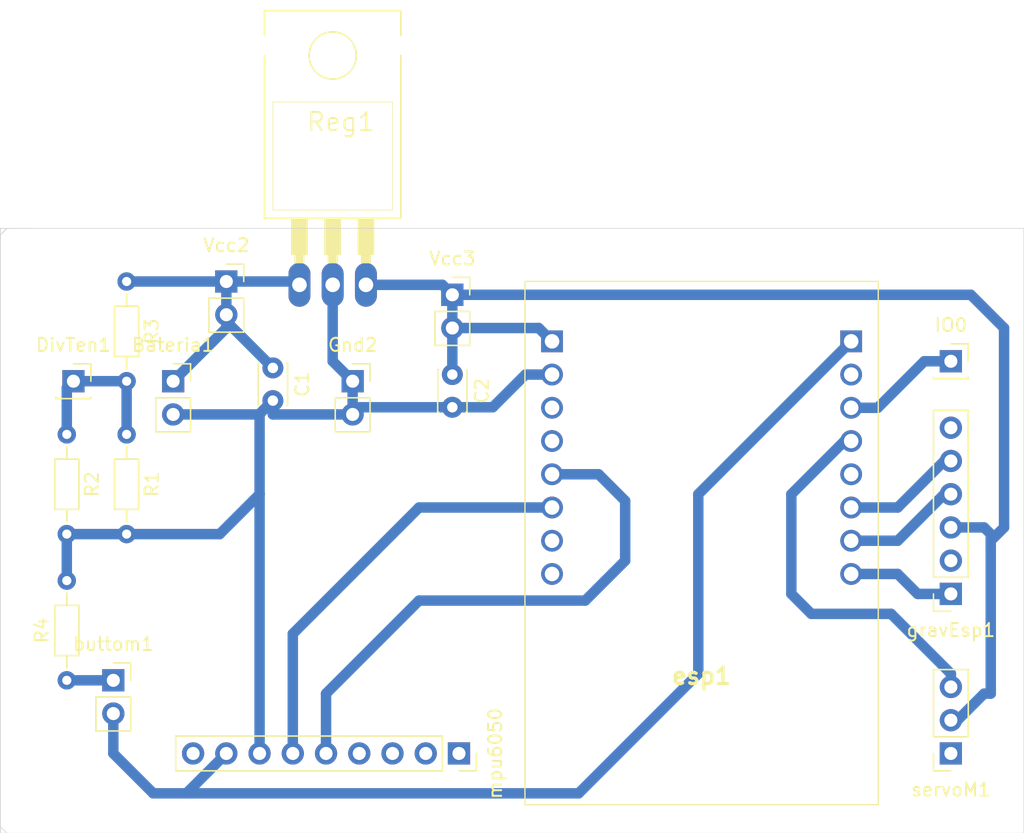
<source format=kicad_pcb>
(kicad_pcb (version 20171130) (host pcbnew "(5.1.10)-1")

  (general
    (thickness 1.6)
    (drawings 15)
    (tracks 87)
    (zones 0)
    (modules 18)
    (nets 25)
  )

  (page A4)
  (layers
    (0 F.Cu signal)
    (31 B.Cu signal)
    (32 B.Adhes user)
    (33 F.Adhes user)
    (34 B.Paste user)
    (35 F.Paste user)
    (36 B.SilkS user)
    (37 F.SilkS user)
    (38 B.Mask user)
    (39 F.Mask user)
    (40 Dwgs.User user)
    (41 Cmts.User user)
    (42 Eco1.User user)
    (43 Eco2.User user)
    (44 Edge.Cuts user)
    (45 Margin user)
    (46 B.CrtYd user)
    (47 F.CrtYd user)
    (48 B.Fab user)
    (49 F.Fab user)
  )

  (setup
    (last_trace_width 0.8)
    (user_trace_width 0.8)
    (trace_clearance 0.2)
    (zone_clearance 0.508)
    (zone_45_only no)
    (trace_min 0.2)
    (via_size 0.8)
    (via_drill 0.4)
    (via_min_size 0.4)
    (via_min_drill 0.3)
    (user_via 0.7 0.4)
    (uvia_size 0.3)
    (uvia_drill 0.1)
    (uvias_allowed no)
    (uvia_min_size 0.2)
    (uvia_min_drill 0.1)
    (edge_width 0.05)
    (segment_width 0.2)
    (pcb_text_width 0.3)
    (pcb_text_size 1.5 1.5)
    (mod_edge_width 0.12)
    (mod_text_size 1 1)
    (mod_text_width 0.15)
    (pad_size 1.524 1.524)
    (pad_drill 0.762)
    (pad_to_mask_clearance 0)
    (aux_axis_origin 0 0)
    (visible_elements 7FFFEFFF)
    (pcbplotparams
      (layerselection 0x010fc_ffffffff)
      (usegerberextensions false)
      (usegerberattributes true)
      (usegerberadvancedattributes true)
      (creategerberjobfile true)
      (excludeedgelayer true)
      (linewidth 0.100000)
      (plotframeref false)
      (viasonmask false)
      (mode 1)
      (useauxorigin false)
      (hpglpennumber 1)
      (hpglpenspeed 20)
      (hpglpendiameter 15.000000)
      (psnegative false)
      (psa4output false)
      (plotreference true)
      (plotvalue true)
      (plotinvisibletext false)
      (padsonsilk false)
      (subtractmaskfromsilk false)
      (outputformat 4)
      (mirror false)
      (drillshape 0)
      (scaleselection 1)
      (outputdirectory "plot/"))
  )

  (net 0 "")
  (net 1 GNDREF)
  (net 2 +9V)
  (net 3 "Net-(C2-Pad1)")
  (net 4 "Net-(DivTen1-Pad1)")
  (net 5 "Net-(esp1-Pad16)")
  (net 6 "Net-(esp1-Pad15)")
  (net 7 "Net-(esp1-Pad14)")
  (net 8 "Net-(esp1-Pad13)")
  (net 9 "Net-(esp1-Pad12)")
  (net 10 "Net-(IO0-Pad1)")
  (net 11 "Net-(esp1-Pad10)")
  (net 12 "Net-(esp1-Pad5)")
  (net 13 "Net-(esp1-Pad4)")
  (net 14 "Net-(esp1-Pad3)")
  (net 15 "Net-(esp1-Pad2)")
  (net 16 "Net-(esp1-Pad1)")
  (net 17 "Net-(gravEsp1-Pad2)")
  (net 18 "Net-(gravEsp1-Pad6)")
  (net 19 "Net-(mpu6050-Pad1)")
  (net 20 "Net-(mpu6050-Pad2)")
  (net 21 "Net-(mpu6050-Pad3)")
  (net 22 "Net-(mpu6050-Pad4)")
  (net 23 "Net-(buttom1-Pad2)")
  (net 24 "Net-(R4-Pad1)")

  (net_class Default "This is the default net class."
    (clearance 0.2)
    (trace_width 0.25)
    (via_dia 0.8)
    (via_drill 0.4)
    (uvia_dia 0.3)
    (uvia_drill 0.1)
    (add_net +9V)
    (add_net GNDREF)
    (add_net "Net-(C2-Pad1)")
    (add_net "Net-(DivTen1-Pad1)")
    (add_net "Net-(IO0-Pad1)")
    (add_net "Net-(R4-Pad1)")
    (add_net "Net-(buttom1-Pad2)")
    (add_net "Net-(esp1-Pad1)")
    (add_net "Net-(esp1-Pad10)")
    (add_net "Net-(esp1-Pad12)")
    (add_net "Net-(esp1-Pad13)")
    (add_net "Net-(esp1-Pad14)")
    (add_net "Net-(esp1-Pad15)")
    (add_net "Net-(esp1-Pad16)")
    (add_net "Net-(esp1-Pad2)")
    (add_net "Net-(esp1-Pad3)")
    (add_net "Net-(esp1-Pad4)")
    (add_net "Net-(esp1-Pad5)")
    (add_net "Net-(gravEsp1-Pad2)")
    (add_net "Net-(gravEsp1-Pad6)")
    (add_net "Net-(mpu6050-Pad1)")
    (add_net "Net-(mpu6050-Pad2)")
    (add_net "Net-(mpu6050-Pad3)")
    (add_net "Net-(mpu6050-Pad4)")
  )

  (module footprint-esp32-cam:ESP32CAM (layer F.Cu) (tedit 0) (tstamp 618B780E)
    (at 146.812 101.6)
    (descr ESP32-CAM-2)
    (tags "Integrated Circuit")
    (path /618D33F1)
    (fp_text reference esp1 (at 11.43 7.8) (layer F.SilkS)
      (effects (font (size 1.27 1.27) (thickness 0.254)))
    )
    (fp_text value esp32-cam (at 11.43 7.8) (layer F.SilkS) hide
      (effects (font (size 1.27 1.27) (thickness 0.254)))
    )
    (fp_line (start -2.07 17.64) (end 24.93 17.64) (layer F.Fab) (width 0.2))
    (fp_line (start 24.93 17.64) (end 24.93 -22.36) (layer F.Fab) (width 0.2))
    (fp_line (start 24.93 -22.36) (end -2.07 -22.36) (layer F.Fab) (width 0.2))
    (fp_line (start -2.07 -22.36) (end -2.07 17.64) (layer F.Fab) (width 0.2))
    (fp_line (start -2.07 17.64) (end 24.93 17.64) (layer F.SilkS) (width 0.1))
    (fp_line (start 24.93 17.64) (end 24.93 -22.36) (layer F.SilkS) (width 0.1))
    (fp_line (start 24.93 -22.36) (end -2.07 -22.36) (layer F.SilkS) (width 0.1))
    (fp_line (start -2.07 -22.36) (end -2.07 17.64) (layer F.SilkS) (width 0.1))
    (fp_line (start -3.07 18.64) (end 25.93 18.64) (layer F.CrtYd) (width 0.1))
    (fp_line (start 25.93 18.64) (end 25.93 -23.36) (layer F.CrtYd) (width 0.1))
    (fp_line (start 25.93 -23.36) (end -3.07 -23.36) (layer F.CrtYd) (width 0.1))
    (fp_line (start -3.07 -23.36) (end -3.07 18.64) (layer F.CrtYd) (width 0.1))
    (fp_text user %R (at 11.43 7.8) (layer F.Fab)
      (effects (font (size 1.27 1.27) (thickness 0.254)))
    )
    (pad 16 thru_hole circle (at 22.86 0) (size 1.665 1.665) (drill 1.11) (layers *.Cu *.Mask)
      (net 5 "Net-(esp1-Pad16)"))
    (pad 15 thru_hole circle (at 22.86 -2.54) (size 1.665 1.665) (drill 1.11) (layers *.Cu *.Mask)
      (net 6 "Net-(esp1-Pad15)"))
    (pad 14 thru_hole circle (at 22.86 -5.08) (size 1.665 1.665) (drill 1.11) (layers *.Cu *.Mask)
      (net 7 "Net-(esp1-Pad14)"))
    (pad 13 thru_hole circle (at 22.86 -7.62) (size 1.665 1.665) (drill 1.11) (layers *.Cu *.Mask)
      (net 8 "Net-(esp1-Pad13)"))
    (pad 12 thru_hole circle (at 22.86 -10.16) (size 1.665 1.665) (drill 1.11) (layers *.Cu *.Mask)
      (net 9 "Net-(esp1-Pad12)"))
    (pad 11 thru_hole circle (at 22.86 -12.7) (size 1.665 1.665) (drill 1.11) (layers *.Cu *.Mask)
      (net 10 "Net-(IO0-Pad1)"))
    (pad 10 thru_hole circle (at 22.86 -15.24) (size 1.665 1.665) (drill 1.11) (layers *.Cu *.Mask)
      (net 11 "Net-(esp1-Pad10)"))
    (pad 9 thru_hole rect (at 22.86 -17.78) (size 1.665 1.665) (drill 1.11) (layers *.Cu *.Mask)
      (net 23 "Net-(buttom1-Pad2)"))
    (pad 8 thru_hole rect (at 0 -17.78) (size 1.665 1.665) (drill 1.11) (layers *.Cu *.Mask)
      (net 3 "Net-(C2-Pad1)"))
    (pad 7 thru_hole circle (at 0 -15.24) (size 1.665 1.665) (drill 1.11) (layers *.Cu *.Mask)
      (net 1 GNDREF))
    (pad 6 thru_hole circle (at 0 -12.7) (size 1.665 1.665) (drill 1.11) (layers *.Cu *.Mask)
      (net 24 "Net-(R4-Pad1)"))
    (pad 5 thru_hole circle (at 0 -10.16) (size 1.665 1.665) (drill 1.11) (layers *.Cu *.Mask)
      (net 12 "Net-(esp1-Pad5)"))
    (pad 4 thru_hole circle (at 0 -7.62) (size 1.665 1.665) (drill 1.11) (layers *.Cu *.Mask)
      (net 13 "Net-(esp1-Pad4)"))
    (pad 3 thru_hole circle (at 0 -5.08) (size 1.665 1.665) (drill 1.11) (layers *.Cu *.Mask)
      (net 14 "Net-(esp1-Pad3)"))
    (pad 2 thru_hole circle (at 0 -2.54) (size 1.665 1.665) (drill 1.11) (layers *.Cu *.Mask)
      (net 15 "Net-(esp1-Pad2)"))
    (pad 1 thru_hole circle (at 0 0) (size 1.665 1.665) (drill 1.11) (layers *.Cu *.Mask)
      (net 16 "Net-(esp1-Pad1)"))
    (model ESP32-CAM.stp
      (at (xyz 0 0 0))
      (scale (xyz 1 1 1))
      (rotate (xyz 0 0 0))
    )
  )

  (module Capacitor_THT:C_Disc_D3.0mm_W2.0mm_P2.50mm (layer F.Cu) (tedit 5AE50EF0) (tstamp 618B77C4)
    (at 125.476 85.852 270)
    (descr "C, Disc series, Radial, pin pitch=2.50mm, , diameter*width=3*2mm^2, Capacitor")
    (tags "C Disc series Radial pin pitch 2.50mm  diameter 3mm width 2mm Capacitor")
    (path /618E011A)
    (fp_text reference C1 (at 1.25 -2.25 270) (layer F.SilkS)
      (effects (font (size 1 1) (thickness 0.15)))
    )
    (fp_text value 0,33uF (at 1.25 2.25 270) (layer F.Fab)
      (effects (font (size 1 1) (thickness 0.15)))
    )
    (fp_line (start 3.55 -1.25) (end -1.05 -1.25) (layer F.CrtYd) (width 0.05))
    (fp_line (start 3.55 1.25) (end 3.55 -1.25) (layer F.CrtYd) (width 0.05))
    (fp_line (start -1.05 1.25) (end 3.55 1.25) (layer F.CrtYd) (width 0.05))
    (fp_line (start -1.05 -1.25) (end -1.05 1.25) (layer F.CrtYd) (width 0.05))
    (fp_line (start 2.87 1.055) (end 2.87 1.12) (layer F.SilkS) (width 0.12))
    (fp_line (start 2.87 -1.12) (end 2.87 -1.055) (layer F.SilkS) (width 0.12))
    (fp_line (start -0.37 1.055) (end -0.37 1.12) (layer F.SilkS) (width 0.12))
    (fp_line (start -0.37 -1.12) (end -0.37 -1.055) (layer F.SilkS) (width 0.12))
    (fp_line (start -0.37 1.12) (end 2.87 1.12) (layer F.SilkS) (width 0.12))
    (fp_line (start -0.37 -1.12) (end 2.87 -1.12) (layer F.SilkS) (width 0.12))
    (fp_line (start 2.75 -1) (end -0.25 -1) (layer F.Fab) (width 0.1))
    (fp_line (start 2.75 1) (end 2.75 -1) (layer F.Fab) (width 0.1))
    (fp_line (start -0.25 1) (end 2.75 1) (layer F.Fab) (width 0.1))
    (fp_line (start -0.25 -1) (end -0.25 1) (layer F.Fab) (width 0.1))
    (fp_text user %R (at 1.25 0 270) (layer F.Fab)
      (effects (font (size 0.6 0.6) (thickness 0.09)))
    )
    (pad 2 thru_hole circle (at 2.5 0 270) (size 1.6 1.6) (drill 0.8) (layers *.Cu *.Mask)
      (net 1 GNDREF))
    (pad 1 thru_hole circle (at 0 0 270) (size 1.6 1.6) (drill 0.8) (layers *.Cu *.Mask)
      (net 2 +9V))
    (model ${KISYS3DMOD}/Capacitor_THT.3dshapes/C_Disc_D3.0mm_W2.0mm_P2.50mm.wrl
      (at (xyz 0 0 0))
      (scale (xyz 1 1 1))
      (rotate (xyz 0 0 0))
    )
  )

  (module Capacitor_THT:C_Disc_D3.0mm_W2.0mm_P2.50mm (layer F.Cu) (tedit 5AE50EF0) (tstamp 618B77D9)
    (at 139.192 86.36 270)
    (descr "C, Disc series, Radial, pin pitch=2.50mm, , diameter*width=3*2mm^2, Capacitor")
    (tags "C Disc series Radial pin pitch 2.50mm  diameter 3mm width 2mm Capacitor")
    (path /618E0120)
    (fp_text reference C2 (at 1.25 -2.25 270) (layer F.SilkS)
      (effects (font (size 1 1) (thickness 0.15)))
    )
    (fp_text value 0,1uF (at 1.25 2.25 270) (layer F.Fab)
      (effects (font (size 1 1) (thickness 0.15)))
    )
    (fp_line (start -0.25 -1) (end -0.25 1) (layer F.Fab) (width 0.1))
    (fp_line (start -0.25 1) (end 2.75 1) (layer F.Fab) (width 0.1))
    (fp_line (start 2.75 1) (end 2.75 -1) (layer F.Fab) (width 0.1))
    (fp_line (start 2.75 -1) (end -0.25 -1) (layer F.Fab) (width 0.1))
    (fp_line (start -0.37 -1.12) (end 2.87 -1.12) (layer F.SilkS) (width 0.12))
    (fp_line (start -0.37 1.12) (end 2.87 1.12) (layer F.SilkS) (width 0.12))
    (fp_line (start -0.37 -1.12) (end -0.37 -1.055) (layer F.SilkS) (width 0.12))
    (fp_line (start -0.37 1.055) (end -0.37 1.12) (layer F.SilkS) (width 0.12))
    (fp_line (start 2.87 -1.12) (end 2.87 -1.055) (layer F.SilkS) (width 0.12))
    (fp_line (start 2.87 1.055) (end 2.87 1.12) (layer F.SilkS) (width 0.12))
    (fp_line (start -1.05 -1.25) (end -1.05 1.25) (layer F.CrtYd) (width 0.05))
    (fp_line (start -1.05 1.25) (end 3.55 1.25) (layer F.CrtYd) (width 0.05))
    (fp_line (start 3.55 1.25) (end 3.55 -1.25) (layer F.CrtYd) (width 0.05))
    (fp_line (start 3.55 -1.25) (end -1.05 -1.25) (layer F.CrtYd) (width 0.05))
    (fp_text user %R (at 1.25 0 270) (layer F.Fab)
      (effects (font (size 0.6 0.6) (thickness 0.09)))
    )
    (pad 1 thru_hole circle (at 0 0 270) (size 1.6 1.6) (drill 0.8) (layers *.Cu *.Mask)
      (net 3 "Net-(C2-Pad1)"))
    (pad 2 thru_hole circle (at 2.5 0 270) (size 1.6 1.6) (drill 0.8) (layers *.Cu *.Mask)
      (net 1 GNDREF))
    (model ${KISYS3DMOD}/Capacitor_THT.3dshapes/C_Disc_D3.0mm_W2.0mm_P2.50mm.wrl
      (at (xyz 0 0 0))
      (scale (xyz 1 1 1))
      (rotate (xyz 0 0 0))
    )
  )

  (module Connector_PinSocket_2.54mm:PinSocket_1x01_P2.54mm_Vertical (layer F.Cu) (tedit 5A19A434) (tstamp 618B77ED)
    (at 110.236 86.868)
    (descr "Through hole straight socket strip, 1x01, 2.54mm pitch, single row (from Kicad 4.0.7), script generated")
    (tags "Through hole socket strip THT 1x01 2.54mm single row")
    (path /619283DC)
    (fp_text reference DivTen1 (at 0 -2.77) (layer F.SilkS)
      (effects (font (size 1 1) (thickness 0.15)))
    )
    (fp_text value 1 (at 0 2.77) (layer F.Fab)
      (effects (font (size 1 1) (thickness 0.15)))
    )
    (fp_line (start -1.27 -1.27) (end 0.635 -1.27) (layer F.Fab) (width 0.1))
    (fp_line (start 0.635 -1.27) (end 1.27 -0.635) (layer F.Fab) (width 0.1))
    (fp_line (start 1.27 -0.635) (end 1.27 1.27) (layer F.Fab) (width 0.1))
    (fp_line (start 1.27 1.27) (end -1.27 1.27) (layer F.Fab) (width 0.1))
    (fp_line (start -1.27 1.27) (end -1.27 -1.27) (layer F.Fab) (width 0.1))
    (fp_line (start -1.33 1.33) (end 1.33 1.33) (layer F.SilkS) (width 0.12))
    (fp_line (start -1.33 1.21) (end -1.33 1.33) (layer F.SilkS) (width 0.12))
    (fp_line (start 1.33 1.21) (end 1.33 1.33) (layer F.SilkS) (width 0.12))
    (fp_line (start 1.33 -1.33) (end 1.33 0) (layer F.SilkS) (width 0.12))
    (fp_line (start 0 -1.33) (end 1.33 -1.33) (layer F.SilkS) (width 0.12))
    (fp_line (start -1.8 -1.8) (end 1.75 -1.8) (layer F.CrtYd) (width 0.05))
    (fp_line (start 1.75 -1.8) (end 1.75 1.75) (layer F.CrtYd) (width 0.05))
    (fp_line (start 1.75 1.75) (end -1.8 1.75) (layer F.CrtYd) (width 0.05))
    (fp_line (start -1.8 1.75) (end -1.8 -1.8) (layer F.CrtYd) (width 0.05))
    (fp_text user %R (at 0 0) (layer F.Fab)
      (effects (font (size 1 1) (thickness 0.15)))
    )
    (pad 1 thru_hole rect (at 0 0) (size 1.7 1.7) (drill 1) (layers *.Cu *.Mask)
      (net 4 "Net-(DivTen1-Pad1)"))
    (model ${KISYS3DMOD}/Connector_PinSocket_2.54mm.3dshapes/PinSocket_1x01_P2.54mm_Vertical.wrl
      (at (xyz 0 0 0))
      (scale (xyz 1 1 1))
      (rotate (xyz 0 0 0))
    )
  )

  (module Connector_PinSocket_2.54mm:PinSocket_1x02_P2.54mm_Vertical (layer F.Cu) (tedit 5A19A420) (tstamp 618B7824)
    (at 117.856 86.868)
    (descr "Through hole straight socket strip, 1x02, 2.54mm pitch, single row (from Kicad 4.0.7), script generated")
    (tags "Through hole socket strip THT 1x02 2.54mm single row")
    (path /6198ACB5)
    (fp_text reference Bateria1 (at 0 -2.77) (layer F.SilkS)
      (effects (font (size 1 1) (thickness 0.15)))
    )
    (fp_text value 0 (at 0 5.31) (layer F.Fab)
      (effects (font (size 1 1) (thickness 0.15)))
    )
    (fp_line (start -1.27 -1.27) (end 0.635 -1.27) (layer F.Fab) (width 0.1))
    (fp_line (start 0.635 -1.27) (end 1.27 -0.635) (layer F.Fab) (width 0.1))
    (fp_line (start 1.27 -0.635) (end 1.27 3.81) (layer F.Fab) (width 0.1))
    (fp_line (start 1.27 3.81) (end -1.27 3.81) (layer F.Fab) (width 0.1))
    (fp_line (start -1.27 3.81) (end -1.27 -1.27) (layer F.Fab) (width 0.1))
    (fp_line (start -1.33 1.27) (end 1.33 1.27) (layer F.SilkS) (width 0.12))
    (fp_line (start -1.33 1.27) (end -1.33 3.87) (layer F.SilkS) (width 0.12))
    (fp_line (start -1.33 3.87) (end 1.33 3.87) (layer F.SilkS) (width 0.12))
    (fp_line (start 1.33 1.27) (end 1.33 3.87) (layer F.SilkS) (width 0.12))
    (fp_line (start 1.33 -1.33) (end 1.33 0) (layer F.SilkS) (width 0.12))
    (fp_line (start 0 -1.33) (end 1.33 -1.33) (layer F.SilkS) (width 0.12))
    (fp_line (start -1.8 -1.8) (end 1.75 -1.8) (layer F.CrtYd) (width 0.05))
    (fp_line (start 1.75 -1.8) (end 1.75 4.3) (layer F.CrtYd) (width 0.05))
    (fp_line (start 1.75 4.3) (end -1.8 4.3) (layer F.CrtYd) (width 0.05))
    (fp_line (start -1.8 4.3) (end -1.8 -1.8) (layer F.CrtYd) (width 0.05))
    (fp_text user %R (at 0 1.27 90) (layer F.Fab)
      (effects (font (size 1 1) (thickness 0.15)))
    )
    (pad 1 thru_hole rect (at 0 0) (size 1.7 1.7) (drill 1) (layers *.Cu *.Mask)
      (net 2 +9V))
    (pad 2 thru_hole oval (at 0 2.54) (size 1.7 1.7) (drill 1) (layers *.Cu *.Mask)
      (net 1 GNDREF))
    (model ${KISYS3DMOD}/Connector_PinSocket_2.54mm.3dshapes/PinSocket_1x02_P2.54mm_Vertical.wrl
      (at (xyz 0 0 0))
      (scale (xyz 1 1 1))
      (rotate (xyz 0 0 0))
    )
  )

  (module Connector_PinSocket_2.54mm:PinSocket_1x06_P2.54mm_Vertical (layer F.Cu) (tedit 5A19A430) (tstamp 618B7852)
    (at 177.292 103.124 180)
    (descr "Through hole straight socket strip, 1x06, 2.54mm pitch, single row (from Kicad 4.0.7), script generated")
    (tags "Through hole socket strip THT 1x06 2.54mm single row")
    (path /61933B5E)
    (fp_text reference gravEsp1 (at 0 -2.77 180) (layer F.SilkS)
      (effects (font (size 1 1) (thickness 0.15)))
    )
    (fp_text value 1 (at 0 15.47 180) (layer F.Fab)
      (effects (font (size 1 1) (thickness 0.15)))
    )
    (fp_line (start -1.27 -1.27) (end 0.635 -1.27) (layer F.Fab) (width 0.1))
    (fp_line (start 0.635 -1.27) (end 1.27 -0.635) (layer F.Fab) (width 0.1))
    (fp_line (start 1.27 -0.635) (end 1.27 13.97) (layer F.Fab) (width 0.1))
    (fp_line (start 1.27 13.97) (end -1.27 13.97) (layer F.Fab) (width 0.1))
    (fp_line (start -1.27 13.97) (end -1.27 -1.27) (layer F.Fab) (width 0.1))
    (fp_line (start -1.33 1.27) (end 1.33 1.27) (layer F.SilkS) (width 0.12))
    (fp_line (start -1.33 1.27) (end -1.33 14.03) (layer F.SilkS) (width 0.12))
    (fp_line (start -1.33 14.03) (end 1.33 14.03) (layer F.SilkS) (width 0.12))
    (fp_line (start 1.33 1.27) (end 1.33 14.03) (layer F.SilkS) (width 0.12))
    (fp_line (start 1.33 -1.33) (end 1.33 0) (layer F.SilkS) (width 0.12))
    (fp_line (start 0 -1.33) (end 1.33 -1.33) (layer F.SilkS) (width 0.12))
    (fp_line (start -1.8 -1.8) (end 1.75 -1.8) (layer F.CrtYd) (width 0.05))
    (fp_line (start 1.75 -1.8) (end 1.75 14.45) (layer F.CrtYd) (width 0.05))
    (fp_line (start 1.75 14.45) (end -1.8 14.45) (layer F.CrtYd) (width 0.05))
    (fp_line (start -1.8 14.45) (end -1.8 -1.8) (layer F.CrtYd) (width 0.05))
    (fp_text user %R (at 0 6.35 270) (layer F.Fab)
      (effects (font (size 1 1) (thickness 0.15)))
    )
    (pad 1 thru_hole rect (at 0 0 180) (size 1.7 1.7) (drill 1) (layers *.Cu *.Mask)
      (net 5 "Net-(esp1-Pad16)"))
    (pad 2 thru_hole oval (at 0 2.54 180) (size 1.7 1.7) (drill 1) (layers *.Cu *.Mask)
      (net 17 "Net-(gravEsp1-Pad2)"))
    (pad 3 thru_hole oval (at 0 5.08 180) (size 1.7 1.7) (drill 1) (layers *.Cu *.Mask)
      (net 3 "Net-(C2-Pad1)"))
    (pad 4 thru_hole oval (at 0 7.62 180) (size 1.7 1.7) (drill 1) (layers *.Cu *.Mask)
      (net 6 "Net-(esp1-Pad15)"))
    (pad 5 thru_hole oval (at 0 10.16 180) (size 1.7 1.7) (drill 1) (layers *.Cu *.Mask)
      (net 7 "Net-(esp1-Pad14)"))
    (pad 6 thru_hole oval (at 0 12.7 180) (size 1.7 1.7) (drill 1) (layers *.Cu *.Mask)
      (net 18 "Net-(gravEsp1-Pad6)"))
    (model ${KISYS3DMOD}/Connector_PinSocket_2.54mm.3dshapes/PinSocket_1x06_P2.54mm_Vertical.wrl
      (at (xyz 0 0 0))
      (scale (xyz 1 1 1))
      (rotate (xyz 0 0 0))
    )
  )

  (module Connector_PinSocket_2.54mm:PinSocket_1x01_P2.54mm_Vertical (layer F.Cu) (tedit 5A19A434) (tstamp 618B7866)
    (at 177.292 85.344)
    (descr "Through hole straight socket strip, 1x01, 2.54mm pitch, single row (from Kicad 4.0.7), script generated")
    (tags "Through hole socket strip THT 1x01 2.54mm single row")
    (path /619792F0)
    (fp_text reference IO0 (at 0 -2.77) (layer F.SilkS)
      (effects (font (size 1 1) (thickness 0.15)))
    )
    (fp_text value 0 (at 0 2.77) (layer F.Fab)
      (effects (font (size 1 1) (thickness 0.15)))
    )
    (fp_line (start -1.8 1.75) (end -1.8 -1.8) (layer F.CrtYd) (width 0.05))
    (fp_line (start 1.75 1.75) (end -1.8 1.75) (layer F.CrtYd) (width 0.05))
    (fp_line (start 1.75 -1.8) (end 1.75 1.75) (layer F.CrtYd) (width 0.05))
    (fp_line (start -1.8 -1.8) (end 1.75 -1.8) (layer F.CrtYd) (width 0.05))
    (fp_line (start 0 -1.33) (end 1.33 -1.33) (layer F.SilkS) (width 0.12))
    (fp_line (start 1.33 -1.33) (end 1.33 0) (layer F.SilkS) (width 0.12))
    (fp_line (start 1.33 1.21) (end 1.33 1.33) (layer F.SilkS) (width 0.12))
    (fp_line (start -1.33 1.21) (end -1.33 1.33) (layer F.SilkS) (width 0.12))
    (fp_line (start -1.33 1.33) (end 1.33 1.33) (layer F.SilkS) (width 0.12))
    (fp_line (start -1.27 1.27) (end -1.27 -1.27) (layer F.Fab) (width 0.1))
    (fp_line (start 1.27 1.27) (end -1.27 1.27) (layer F.Fab) (width 0.1))
    (fp_line (start 1.27 -0.635) (end 1.27 1.27) (layer F.Fab) (width 0.1))
    (fp_line (start 0.635 -1.27) (end 1.27 -0.635) (layer F.Fab) (width 0.1))
    (fp_line (start -1.27 -1.27) (end 0.635 -1.27) (layer F.Fab) (width 0.1))
    (fp_text user %R (at 0 0) (layer F.Fab)
      (effects (font (size 1 1) (thickness 0.15)))
    )
    (pad 1 thru_hole rect (at 0 0) (size 1.7 1.7) (drill 1) (layers *.Cu *.Mask)
      (net 10 "Net-(IO0-Pad1)"))
    (model ${KISYS3DMOD}/Connector_PinSocket_2.54mm.3dshapes/PinSocket_1x01_P2.54mm_Vertical.wrl
      (at (xyz 0 0 0))
      (scale (xyz 1 1 1))
      (rotate (xyz 0 0 0))
    )
  )

  (module Connector_PinSocket_2.54mm:PinSocket_1x09_P2.54mm_Vertical (layer F.Cu) (tedit 5A19A431) (tstamp 618B7883)
    (at 139.7 115.316 270)
    (descr "Through hole straight socket strip, 1x09, 2.54mm pitch, single row (from Kicad 4.0.7), script generated")
    (tags "Through hole socket strip THT 1x09 2.54mm single row")
    (path /618FF511)
    (fp_text reference mpu6050 (at 0 -2.77 270) (layer F.SilkS)
      (effects (font (size 1 1) (thickness 0.15)))
    )
    (fp_text value Conn_01x08 (at 0 23.09 270) (layer F.Fab)
      (effects (font (size 1 1) (thickness 0.15)))
    )
    (fp_line (start -1.27 -1.27) (end 0.635 -1.27) (layer F.Fab) (width 0.1))
    (fp_line (start 0.635 -1.27) (end 1.27 -0.635) (layer F.Fab) (width 0.1))
    (fp_line (start 1.27 -0.635) (end 1.27 21.59) (layer F.Fab) (width 0.1))
    (fp_line (start 1.27 21.59) (end -1.27 21.59) (layer F.Fab) (width 0.1))
    (fp_line (start -1.27 21.59) (end -1.27 -1.27) (layer F.Fab) (width 0.1))
    (fp_line (start -1.33 1.27) (end 1.33 1.27) (layer F.SilkS) (width 0.12))
    (fp_line (start -1.33 1.27) (end -1.33 21.65) (layer F.SilkS) (width 0.12))
    (fp_line (start -1.33 21.65) (end 1.33 21.65) (layer F.SilkS) (width 0.12))
    (fp_line (start 1.33 1.27) (end 1.33 21.65) (layer F.SilkS) (width 0.12))
    (fp_line (start 1.33 -1.33) (end 1.33 0) (layer F.SilkS) (width 0.12))
    (fp_line (start 0 -1.33) (end 1.33 -1.33) (layer F.SilkS) (width 0.12))
    (fp_line (start -1.8 -1.8) (end 1.75 -1.8) (layer F.CrtYd) (width 0.05))
    (fp_line (start 1.75 -1.8) (end 1.75 22.1) (layer F.CrtYd) (width 0.05))
    (fp_line (start 1.75 22.1) (end -1.8 22.1) (layer F.CrtYd) (width 0.05))
    (fp_line (start -1.8 22.1) (end -1.8 -1.8) (layer F.CrtYd) (width 0.05))
    (fp_text user %R (at 0 10.16) (layer F.Fab)
      (effects (font (size 1 1) (thickness 0.15)))
    )
    (pad 1 thru_hole rect (at 0 0 270) (size 1.7 1.7) (drill 1) (layers *.Cu *.Mask)
      (net 19 "Net-(mpu6050-Pad1)"))
    (pad 2 thru_hole oval (at 0 2.54 270) (size 1.7 1.7) (drill 1) (layers *.Cu *.Mask)
      (net 20 "Net-(mpu6050-Pad2)"))
    (pad 3 thru_hole oval (at 0 5.08 270) (size 1.7 1.7) (drill 1) (layers *.Cu *.Mask)
      (net 21 "Net-(mpu6050-Pad3)"))
    (pad 4 thru_hole oval (at 0 7.62 270) (size 1.7 1.7) (drill 1) (layers *.Cu *.Mask)
      (net 22 "Net-(mpu6050-Pad4)"))
    (pad 5 thru_hole oval (at 0 10.16 270) (size 1.7 1.7) (drill 1) (layers *.Cu *.Mask)
      (net 13 "Net-(esp1-Pad4)"))
    (pad 6 thru_hole oval (at 0 12.7 270) (size 1.7 1.7) (drill 1) (layers *.Cu *.Mask)
      (net 14 "Net-(esp1-Pad3)"))
    (pad 7 thru_hole oval (at 0 15.24 270) (size 1.7 1.7) (drill 1) (layers *.Cu *.Mask)
      (net 1 GNDREF))
    (pad 8 thru_hole oval (at 0 17.78 270) (size 1.7 1.7) (drill 1) (layers *.Cu *.Mask)
      (net 23 "Net-(buttom1-Pad2)"))
    (pad 9 thru_hole oval (at 0 20.32 270) (size 1.7 1.7) (drill 1) (layers *.Cu *.Mask))
    (model ${KISYS3DMOD}/Connector_PinSocket_2.54mm.3dshapes/PinSocket_1x09_P2.54mm_Vertical.wrl
      (at (xyz 0 0 0))
      (scale (xyz 1 1 1))
      (rotate (xyz 0 0 0))
    )
  )

  (module Resistor_THT:R_Axial_DIN0204_L3.6mm_D1.6mm_P7.62mm_Horizontal (layer F.Cu) (tedit 5AE5139B) (tstamp 618B789A)
    (at 114.3 90.932 270)
    (descr "Resistor, Axial_DIN0204 series, Axial, Horizontal, pin pitch=7.62mm, 0.167W, length*diameter=3.6*1.6mm^2, http://cdn-reichelt.de/documents/datenblatt/B400/1_4W%23YAG.pdf")
    (tags "Resistor Axial_DIN0204 series Axial Horizontal pin pitch 7.62mm 0.167W length 3.6mm diameter 1.6mm")
    (path /618E013C)
    (fp_text reference R1 (at 3.81 -1.92 270) (layer F.SilkS)
      (effects (font (size 1 1) (thickness 0.15)))
    )
    (fp_text value 2M (at 3.81 1.92 270) (layer F.Fab)
      (effects (font (size 1 1) (thickness 0.15)))
    )
    (fp_line (start 2.01 -0.8) (end 2.01 0.8) (layer F.Fab) (width 0.1))
    (fp_line (start 2.01 0.8) (end 5.61 0.8) (layer F.Fab) (width 0.1))
    (fp_line (start 5.61 0.8) (end 5.61 -0.8) (layer F.Fab) (width 0.1))
    (fp_line (start 5.61 -0.8) (end 2.01 -0.8) (layer F.Fab) (width 0.1))
    (fp_line (start 0 0) (end 2.01 0) (layer F.Fab) (width 0.1))
    (fp_line (start 7.62 0) (end 5.61 0) (layer F.Fab) (width 0.1))
    (fp_line (start 1.89 -0.92) (end 1.89 0.92) (layer F.SilkS) (width 0.12))
    (fp_line (start 1.89 0.92) (end 5.73 0.92) (layer F.SilkS) (width 0.12))
    (fp_line (start 5.73 0.92) (end 5.73 -0.92) (layer F.SilkS) (width 0.12))
    (fp_line (start 5.73 -0.92) (end 1.89 -0.92) (layer F.SilkS) (width 0.12))
    (fp_line (start 0.94 0) (end 1.89 0) (layer F.SilkS) (width 0.12))
    (fp_line (start 6.68 0) (end 5.73 0) (layer F.SilkS) (width 0.12))
    (fp_line (start -0.95 -1.05) (end -0.95 1.05) (layer F.CrtYd) (width 0.05))
    (fp_line (start -0.95 1.05) (end 8.57 1.05) (layer F.CrtYd) (width 0.05))
    (fp_line (start 8.57 1.05) (end 8.57 -1.05) (layer F.CrtYd) (width 0.05))
    (fp_line (start 8.57 -1.05) (end -0.95 -1.05) (layer F.CrtYd) (width 0.05))
    (fp_text user %R (at 3.81 0 270) (layer F.Fab)
      (effects (font (size 0.72 0.72) (thickness 0.108)))
    )
    (pad 1 thru_hole circle (at 0 0 270) (size 1.4 1.4) (drill 0.7) (layers *.Cu *.Mask)
      (net 4 "Net-(DivTen1-Pad1)"))
    (pad 2 thru_hole oval (at 7.62 0 270) (size 1.4 1.4) (drill 0.7) (layers *.Cu *.Mask)
      (net 1 GNDREF))
    (model ${KISYS3DMOD}/Resistor_THT.3dshapes/R_Axial_DIN0204_L3.6mm_D1.6mm_P7.62mm_Horizontal.wrl
      (at (xyz 0 0 0))
      (scale (xyz 1 1 1))
      (rotate (xyz 0 0 0))
    )
  )

  (module Resistor_THT:R_Axial_DIN0204_L3.6mm_D1.6mm_P7.62mm_Horizontal (layer F.Cu) (tedit 5AE5139B) (tstamp 618B78B1)
    (at 109.728 90.932 270)
    (descr "Resistor, Axial_DIN0204 series, Axial, Horizontal, pin pitch=7.62mm, 0.167W, length*diameter=3.6*1.6mm^2, http://cdn-reichelt.de/documents/datenblatt/B400/1_4W%23YAG.pdf")
    (tags "Resistor Axial_DIN0204 series Axial Horizontal pin pitch 7.62mm 0.167W length 3.6mm diameter 1.6mm")
    (path /618E0142)
    (fp_text reference R2 (at 3.81 -1.92 270) (layer F.SilkS)
      (effects (font (size 1 1) (thickness 0.15)))
    )
    (fp_text value 2M (at 3.81 1.92 270) (layer F.Fab)
      (effects (font (size 1 1) (thickness 0.15)))
    )
    (fp_line (start 8.57 -1.05) (end -0.95 -1.05) (layer F.CrtYd) (width 0.05))
    (fp_line (start 8.57 1.05) (end 8.57 -1.05) (layer F.CrtYd) (width 0.05))
    (fp_line (start -0.95 1.05) (end 8.57 1.05) (layer F.CrtYd) (width 0.05))
    (fp_line (start -0.95 -1.05) (end -0.95 1.05) (layer F.CrtYd) (width 0.05))
    (fp_line (start 6.68 0) (end 5.73 0) (layer F.SilkS) (width 0.12))
    (fp_line (start 0.94 0) (end 1.89 0) (layer F.SilkS) (width 0.12))
    (fp_line (start 5.73 -0.92) (end 1.89 -0.92) (layer F.SilkS) (width 0.12))
    (fp_line (start 5.73 0.92) (end 5.73 -0.92) (layer F.SilkS) (width 0.12))
    (fp_line (start 1.89 0.92) (end 5.73 0.92) (layer F.SilkS) (width 0.12))
    (fp_line (start 1.89 -0.92) (end 1.89 0.92) (layer F.SilkS) (width 0.12))
    (fp_line (start 7.62 0) (end 5.61 0) (layer F.Fab) (width 0.1))
    (fp_line (start 0 0) (end 2.01 0) (layer F.Fab) (width 0.1))
    (fp_line (start 5.61 -0.8) (end 2.01 -0.8) (layer F.Fab) (width 0.1))
    (fp_line (start 5.61 0.8) (end 5.61 -0.8) (layer F.Fab) (width 0.1))
    (fp_line (start 2.01 0.8) (end 5.61 0.8) (layer F.Fab) (width 0.1))
    (fp_line (start 2.01 -0.8) (end 2.01 0.8) (layer F.Fab) (width 0.1))
    (fp_text user %R (at 3.81 0 270) (layer F.Fab)
      (effects (font (size 0.72 0.72) (thickness 0.108)))
    )
    (pad 2 thru_hole oval (at 7.62 0 270) (size 1.4 1.4) (drill 0.7) (layers *.Cu *.Mask)
      (net 1 GNDREF))
    (pad 1 thru_hole circle (at 0 0 270) (size 1.4 1.4) (drill 0.7) (layers *.Cu *.Mask)
      (net 4 "Net-(DivTen1-Pad1)"))
    (model ${KISYS3DMOD}/Resistor_THT.3dshapes/R_Axial_DIN0204_L3.6mm_D1.6mm_P7.62mm_Horizontal.wrl
      (at (xyz 0 0 0))
      (scale (xyz 1 1 1))
      (rotate (xyz 0 0 0))
    )
  )

  (module Resistor_THT:R_Axial_DIN0204_L3.6mm_D1.6mm_P7.62mm_Horizontal (layer F.Cu) (tedit 5AE5139B) (tstamp 618B78C8)
    (at 114.3 79.248 270)
    (descr "Resistor, Axial_DIN0204 series, Axial, Horizontal, pin pitch=7.62mm, 0.167W, length*diameter=3.6*1.6mm^2, http://cdn-reichelt.de/documents/datenblatt/B400/1_4W%23YAG.pdf")
    (tags "Resistor Axial_DIN0204 series Axial Horizontal pin pitch 7.62mm 0.167W length 3.6mm diameter 1.6mm")
    (path /618E0148)
    (fp_text reference R3 (at 3.81 -1.92 270) (layer F.SilkS)
      (effects (font (size 1 1) (thickness 0.15)))
    )
    (fp_text value 4.7M (at 3.81 1.92 270) (layer F.Fab)
      (effects (font (size 1 1) (thickness 0.15)))
    )
    (fp_line (start 2.01 -0.8) (end 2.01 0.8) (layer F.Fab) (width 0.1))
    (fp_line (start 2.01 0.8) (end 5.61 0.8) (layer F.Fab) (width 0.1))
    (fp_line (start 5.61 0.8) (end 5.61 -0.8) (layer F.Fab) (width 0.1))
    (fp_line (start 5.61 -0.8) (end 2.01 -0.8) (layer F.Fab) (width 0.1))
    (fp_line (start 0 0) (end 2.01 0) (layer F.Fab) (width 0.1))
    (fp_line (start 7.62 0) (end 5.61 0) (layer F.Fab) (width 0.1))
    (fp_line (start 1.89 -0.92) (end 1.89 0.92) (layer F.SilkS) (width 0.12))
    (fp_line (start 1.89 0.92) (end 5.73 0.92) (layer F.SilkS) (width 0.12))
    (fp_line (start 5.73 0.92) (end 5.73 -0.92) (layer F.SilkS) (width 0.12))
    (fp_line (start 5.73 -0.92) (end 1.89 -0.92) (layer F.SilkS) (width 0.12))
    (fp_line (start 0.94 0) (end 1.89 0) (layer F.SilkS) (width 0.12))
    (fp_line (start 6.68 0) (end 5.73 0) (layer F.SilkS) (width 0.12))
    (fp_line (start -0.95 -1.05) (end -0.95 1.05) (layer F.CrtYd) (width 0.05))
    (fp_line (start -0.95 1.05) (end 8.57 1.05) (layer F.CrtYd) (width 0.05))
    (fp_line (start 8.57 1.05) (end 8.57 -1.05) (layer F.CrtYd) (width 0.05))
    (fp_line (start 8.57 -1.05) (end -0.95 -1.05) (layer F.CrtYd) (width 0.05))
    (fp_text user %R (at 3.81 0 270) (layer F.Fab)
      (effects (font (size 0.72 0.72) (thickness 0.108)))
    )
    (pad 1 thru_hole circle (at 0 0 270) (size 1.4 1.4) (drill 0.7) (layers *.Cu *.Mask)
      (net 2 +9V))
    (pad 2 thru_hole oval (at 7.62 0 270) (size 1.4 1.4) (drill 0.7) (layers *.Cu *.Mask)
      (net 4 "Net-(DivTen1-Pad1)"))
    (model ${KISYS3DMOD}/Resistor_THT.3dshapes/R_Axial_DIN0204_L3.6mm_D1.6mm_P7.62mm_Horizontal.wrl
      (at (xyz 0 0 0))
      (scale (xyz 1 1 1))
      (rotate (xyz 0 0 0))
    )
  )

  (module "LM7805 (1):lm7805" (layer F.Cu) (tedit 618B13B2) (tstamp 618B78E9)
    (at 130.048 73.152)
    (descr "<b>TO 220 horizontal</b>")
    (path /618E0114)
    (fp_text reference Reg1 (at 0.63592 -6.10493) (layer F.SilkS)
      (effects (font (size 1.402047 1.402047) (thickness 0.15)))
    )
    (fp_text value L7805 (at 0.508395 -3.431605) (layer F.Fab)
      (effects (font (size 1.401063 1.401063) (thickness 0.15)))
    )
    (fp_line (start -5.207 1.27) (end 5.207 1.27) (layer F.SilkS) (width 0.127))
    (fp_line (start 5.207 -14.605) (end -5.207 -14.605) (layer F.SilkS) (width 0.127))
    (fp_line (start 5.207 1.27) (end 5.207 -11.176) (layer F.SilkS) (width 0.127))
    (fp_line (start 5.207 -12.7) (end 5.207 -14.605) (layer F.SilkS) (width 0.127))
    (fp_line (start -5.207 1.27) (end -5.207 -11.176) (layer F.SilkS) (width 0.127))
    (fp_line (start -5.207 -12.7) (end -5.207 -14.605) (layer F.SilkS) (width 0.127))
    (fp_line (start -4.572 0.635) (end 4.572 0.635) (layer F.SilkS) (width 0.0508))
    (fp_line (start 4.572 -7.62) (end 4.572 0.635) (layer F.SilkS) (width 0.0508))
    (fp_line (start 4.572 -7.62) (end -4.572 -7.62) (layer F.SilkS) (width 0.0508))
    (fp_line (start -4.572 0.635) (end -4.572 -7.62) (layer F.SilkS) (width 0.0508))
    (fp_circle (center 0 -11.176) (end 1.8034 -11.176) (layer F.SilkS) (width 0.127))
    (fp_circle (center 0 -11.176) (end 4.191 -11.176) (layer Dwgs.User) (width 0.1))
    (fp_circle (center 0 -11.176) (end 4.191 -11.176) (layer Dwgs.User) (width 0.1))
    (fp_poly (pts (xy 2.15974 4.064) (xy 2.921 4.064) (xy 2.921 4.70061) (xy 2.15974 4.70061)) (layer F.SilkS) (width 0.01))
    (fp_poly (pts (xy -0.381177 4.064) (xy 0.381 4.064) (xy 0.381 4.70119) (xy -0.381177 4.70119)) (layer F.SilkS) (width 0.01))
    (fp_poly (pts (xy -2.92229 4.064) (xy -2.159 4.064) (xy -2.159 4.70108) (xy -2.92229 4.70108)) (layer F.SilkS) (width 0.01))
    (fp_poly (pts (xy -3.18054 1.27) (xy -1.905 1.27) (xy -1.905 4.07109) (xy -3.18054 4.07109)) (layer F.SilkS) (width 0.01))
    (fp_poly (pts (xy -0.635881 1.27) (xy 0.635 1.27) (xy 0.635 4.06964) (xy -0.635881 4.06964)) (layer F.SilkS) (width 0.01))
    (fp_poly (pts (xy 1.90713 1.27) (xy 3.175 1.27) (xy 3.175 4.06855) (xy 1.90713 4.06855)) (layer F.SilkS) (width 0.01))
    (fp_poly (pts (xy -2.92466 4.699) (xy -2.159 4.699) (xy -2.159 6.61228) (xy -2.92466 6.61228)) (layer F.Fab) (width 0.01))
    (fp_poly (pts (xy -0.381734 4.699) (xy 0.381 4.699) (xy 0.381 6.61673) (xy -0.381734 6.61673)) (layer F.Fab) (width 0.01))
    (fp_poly (pts (xy 2.16159 4.699) (xy 2.921 4.699) (xy 2.921 6.61192) (xy 2.16159 6.61192)) (layer F.Fab) (width 0.01))
    (fp_text user 3 (at 1.90542 0) (layer F.Fab)
      (effects (font (size 1.00022 1.00022) (thickness 0.15)))
    )
    (fp_text user 2 (at -0.635993 0) (layer F.Fab)
      (effects (font (size 1.001567 1.001567) (thickness 0.15)))
    )
    (fp_text user 1 (at -3.18107 0) (layer F.Fab)
      (effects (font (size 1.001913 1.001913) (thickness 0.15)))
    )
    (pad None np_thru_hole circle (at 0 -11.176) (size 3.302 3.302) (drill 3.302) (layers *.Cu *.Mask))
    (pad 3 thru_hole oval (at 2.54 6.35) (size 1.6764 3.3528) (drill 1.1176) (layers *.Cu *.Mask)
      (net 3 "Net-(C2-Pad1)"))
    (pad 2 thru_hole oval (at 0 6.35) (size 1.6764 3.3528) (drill 1.1176) (layers *.Cu *.Mask)
      (net 1 GNDREF))
    (pad 1 thru_hole oval (at -2.54 6.35) (size 1.6764 3.3528) (drill 1.1176) (layers *.Cu *.Mask)
      (net 2 +9V))
  )

  (module Connector_PinSocket_2.54mm:PinSocket_1x03_P2.54mm_Vertical (layer F.Cu) (tedit 5A19A429) (tstamp 618B7900)
    (at 177.292 115.316 180)
    (descr "Through hole straight socket strip, 1x03, 2.54mm pitch, single row (from Kicad 4.0.7), script generated")
    (tags "Through hole socket strip THT 1x03 2.54mm single row")
    (path /61929CF0)
    (fp_text reference servoM1 (at 0 -2.77 180) (layer F.SilkS)
      (effects (font (size 1 1) (thickness 0.15)))
    )
    (fp_text value 1 (at 0 7.85 180) (layer F.Fab)
      (effects (font (size 1 1) (thickness 0.15)))
    )
    (fp_line (start -1.27 -1.27) (end 0.635 -1.27) (layer F.Fab) (width 0.1))
    (fp_line (start 0.635 -1.27) (end 1.27 -0.635) (layer F.Fab) (width 0.1))
    (fp_line (start 1.27 -0.635) (end 1.27 6.35) (layer F.Fab) (width 0.1))
    (fp_line (start 1.27 6.35) (end -1.27 6.35) (layer F.Fab) (width 0.1))
    (fp_line (start -1.27 6.35) (end -1.27 -1.27) (layer F.Fab) (width 0.1))
    (fp_line (start -1.33 1.27) (end 1.33 1.27) (layer F.SilkS) (width 0.12))
    (fp_line (start -1.33 1.27) (end -1.33 6.41) (layer F.SilkS) (width 0.12))
    (fp_line (start -1.33 6.41) (end 1.33 6.41) (layer F.SilkS) (width 0.12))
    (fp_line (start 1.33 1.27) (end 1.33 6.41) (layer F.SilkS) (width 0.12))
    (fp_line (start 1.33 -1.33) (end 1.33 0) (layer F.SilkS) (width 0.12))
    (fp_line (start 0 -1.33) (end 1.33 -1.33) (layer F.SilkS) (width 0.12))
    (fp_line (start -1.8 -1.8) (end 1.75 -1.8) (layer F.CrtYd) (width 0.05))
    (fp_line (start 1.75 -1.8) (end 1.75 6.85) (layer F.CrtYd) (width 0.05))
    (fp_line (start 1.75 6.85) (end -1.8 6.85) (layer F.CrtYd) (width 0.05))
    (fp_line (start -1.8 6.85) (end -1.8 -1.8) (layer F.CrtYd) (width 0.05))
    (fp_text user %R (at 0 2.54 270) (layer F.Fab)
      (effects (font (size 1 1) (thickness 0.15)))
    )
    (pad 1 thru_hole rect (at 0 0 180) (size 1.7 1.7) (drill 1) (layers *.Cu *.Mask)
      (net 12 "Net-(esp1-Pad5)"))
    (pad 2 thru_hole oval (at 0 2.54 180) (size 1.7 1.7) (drill 1) (layers *.Cu *.Mask)
      (net 3 "Net-(C2-Pad1)"))
    (pad 3 thru_hole oval (at 0 5.08 180) (size 1.7 1.7) (drill 1) (layers *.Cu *.Mask)
      (net 9 "Net-(esp1-Pad12)"))
    (model ${KISYS3DMOD}/Connector_PinSocket_2.54mm.3dshapes/PinSocket_1x03_P2.54mm_Vertical.wrl
      (at (xyz 0 0 0))
      (scale (xyz 1 1 1))
      (rotate (xyz 0 0 0))
    )
  )

  (module Connector_PinSocket_2.54mm:PinSocket_1x02_P2.54mm_Vertical (layer F.Cu) (tedit 618BC026) (tstamp 618B792A)
    (at 121.92 79.248)
    (descr "Through hole straight socket strip, 1x02, 2.54mm pitch, single row (from Kicad 4.0.7), script generated")
    (tags "Through hole socket strip THT 1x02 2.54mm single row")
    (path /61991E08)
    (fp_text reference Vcc2 (at 0 -2.77) (layer F.SilkS)
      (effects (font (size 1 1) (thickness 0.15)))
    )
    (fp_text value 9 (at 0 5.31) (layer F.Fab)
      (effects (font (size 1 1) (thickness 0.15)))
    )
    (fp_line (start -1.8 4.3) (end -1.8 -1.8) (layer F.CrtYd) (width 0.05))
    (fp_line (start 1.75 4.3) (end -1.8 4.3) (layer F.CrtYd) (width 0.05))
    (fp_line (start 1.75 -1.8) (end 1.75 4.3) (layer F.CrtYd) (width 0.05))
    (fp_line (start -1.8 -1.8) (end 1.75 -1.8) (layer F.CrtYd) (width 0.05))
    (fp_line (start 0 -1.33) (end 1.33 -1.33) (layer F.SilkS) (width 0.12))
    (fp_line (start 1.33 -1.33) (end 1.33 0) (layer F.SilkS) (width 0.12))
    (fp_line (start 1.33 1.27) (end 1.33 3.87) (layer F.SilkS) (width 0.12))
    (fp_line (start -1.33 3.87) (end 1.33 3.87) (layer F.SilkS) (width 0.12))
    (fp_line (start -1.33 1.27) (end -1.33 3.87) (layer F.SilkS) (width 0.12))
    (fp_line (start -1.33 1.27) (end 1.33 1.27) (layer F.SilkS) (width 0.12))
    (fp_line (start -1.27 3.81) (end -1.27 -1.27) (layer F.Fab) (width 0.1))
    (fp_line (start 1.27 3.81) (end -1.27 3.81) (layer F.Fab) (width 0.1))
    (fp_line (start 1.27 -0.635) (end 1.27 3.81) (layer F.Fab) (width 0.1))
    (fp_line (start 0.635 -1.27) (end 1.27 -0.635) (layer F.Fab) (width 0.1))
    (fp_line (start -1.27 -1.27) (end 0.635 -1.27) (layer F.Fab) (width 0.1))
    (fp_text user %R (at -1.016 2.54 90) (layer F.Fab)
      (effects (font (size 1 1) (thickness 0.15)))
    )
    (pad 2 thru_hole oval (at 0 2.54) (size 1.7 1.7) (drill 1) (layers *.Cu *.Mask)
      (net 2 +9V))
    (pad 1 thru_hole rect (at 0 0) (size 1.7 1.7) (drill 1) (layers *.Cu *.Mask)
      (net 2 +9V))
    (model ${KISYS3DMOD}/Connector_PinSocket_2.54mm.3dshapes/PinSocket_1x02_P2.54mm_Vertical.wrl
      (at (xyz 0 0 0))
      (scale (xyz 1 1 1))
      (rotate (xyz 0 0 0))
    )
  )

  (module Connector_PinSocket_2.54mm:PinSocket_1x02_P2.54mm_Vertical (layer F.Cu) (tedit 5A19A420) (tstamp 618B7940)
    (at 139.192 80.264)
    (descr "Through hole straight socket strip, 1x02, 2.54mm pitch, single row (from Kicad 4.0.7), script generated")
    (tags "Through hole socket strip THT 1x02 2.54mm single row")
    (path /6198BEEC)
    (fp_text reference Vcc3 (at 0 -2.77) (layer F.SilkS)
      (effects (font (size 1 1) (thickness 0.15)))
    )
    (fp_text value 5 (at 0 5.31) (layer F.Fab)
      (effects (font (size 1 1) (thickness 0.15)))
    )
    (fp_line (start -1.27 -1.27) (end 0.635 -1.27) (layer F.Fab) (width 0.1))
    (fp_line (start 0.635 -1.27) (end 1.27 -0.635) (layer F.Fab) (width 0.1))
    (fp_line (start 1.27 -0.635) (end 1.27 3.81) (layer F.Fab) (width 0.1))
    (fp_line (start 1.27 3.81) (end -1.27 3.81) (layer F.Fab) (width 0.1))
    (fp_line (start -1.27 3.81) (end -1.27 -1.27) (layer F.Fab) (width 0.1))
    (fp_line (start -1.33 1.27) (end 1.33 1.27) (layer F.SilkS) (width 0.12))
    (fp_line (start -1.33 1.27) (end -1.33 3.87) (layer F.SilkS) (width 0.12))
    (fp_line (start -1.33 3.87) (end 1.33 3.87) (layer F.SilkS) (width 0.12))
    (fp_line (start 1.33 1.27) (end 1.33 3.87) (layer F.SilkS) (width 0.12))
    (fp_line (start 1.33 -1.33) (end 1.33 0) (layer F.SilkS) (width 0.12))
    (fp_line (start 0 -1.33) (end 1.33 -1.33) (layer F.SilkS) (width 0.12))
    (fp_line (start -1.8 -1.8) (end 1.75 -1.8) (layer F.CrtYd) (width 0.05))
    (fp_line (start 1.75 -1.8) (end 1.75 4.3) (layer F.CrtYd) (width 0.05))
    (fp_line (start 1.75 4.3) (end -1.8 4.3) (layer F.CrtYd) (width 0.05))
    (fp_line (start -1.8 4.3) (end -1.8 -1.8) (layer F.CrtYd) (width 0.05))
    (fp_text user %R (at 0 1.27 90) (layer F.Fab)
      (effects (font (size 1 1) (thickness 0.15)))
    )
    (pad 1 thru_hole rect (at 0 0) (size 1.7 1.7) (drill 1) (layers *.Cu *.Mask)
      (net 3 "Net-(C2-Pad1)"))
    (pad 2 thru_hole oval (at 0 2.54) (size 1.7 1.7) (drill 1) (layers *.Cu *.Mask)
      (net 3 "Net-(C2-Pad1)"))
    (model ${KISYS3DMOD}/Connector_PinSocket_2.54mm.3dshapes/PinSocket_1x02_P2.54mm_Vertical.wrl
      (at (xyz 0 0 0))
      (scale (xyz 1 1 1))
      (rotate (xyz 0 0 0))
    )
  )

  (module Connector_PinSocket_2.54mm:PinSocket_1x02_P2.54mm_Vertical (layer F.Cu) (tedit 5A19A420) (tstamp 618C7CEA)
    (at 113.284 109.728)
    (descr "Through hole straight socket strip, 1x02, 2.54mm pitch, single row (from Kicad 4.0.7), script generated")
    (tags "Through hole socket strip THT 1x02 2.54mm single row")
    (path /618F353E)
    (fp_text reference buttom1 (at 0 -2.77) (layer F.SilkS)
      (effects (font (size 1 1) (thickness 0.15)))
    )
    (fp_text value 0 (at 0 5.31) (layer F.Fab)
      (effects (font (size 1 1) (thickness 0.15)))
    )
    (fp_text user %R (at 0 1.27 90) (layer F.Fab)
      (effects (font (size 1 1) (thickness 0.15)))
    )
    (fp_line (start -1.27 -1.27) (end 0.635 -1.27) (layer F.Fab) (width 0.1))
    (fp_line (start 0.635 -1.27) (end 1.27 -0.635) (layer F.Fab) (width 0.1))
    (fp_line (start 1.27 -0.635) (end 1.27 3.81) (layer F.Fab) (width 0.1))
    (fp_line (start 1.27 3.81) (end -1.27 3.81) (layer F.Fab) (width 0.1))
    (fp_line (start -1.27 3.81) (end -1.27 -1.27) (layer F.Fab) (width 0.1))
    (fp_line (start -1.33 1.27) (end 1.33 1.27) (layer F.SilkS) (width 0.12))
    (fp_line (start -1.33 1.27) (end -1.33 3.87) (layer F.SilkS) (width 0.12))
    (fp_line (start -1.33 3.87) (end 1.33 3.87) (layer F.SilkS) (width 0.12))
    (fp_line (start 1.33 1.27) (end 1.33 3.87) (layer F.SilkS) (width 0.12))
    (fp_line (start 1.33 -1.33) (end 1.33 0) (layer F.SilkS) (width 0.12))
    (fp_line (start 0 -1.33) (end 1.33 -1.33) (layer F.SilkS) (width 0.12))
    (fp_line (start -1.8 -1.8) (end 1.75 -1.8) (layer F.CrtYd) (width 0.05))
    (fp_line (start 1.75 -1.8) (end 1.75 4.3) (layer F.CrtYd) (width 0.05))
    (fp_line (start 1.75 4.3) (end -1.8 4.3) (layer F.CrtYd) (width 0.05))
    (fp_line (start -1.8 4.3) (end -1.8 -1.8) (layer F.CrtYd) (width 0.05))
    (pad 2 thru_hole oval (at 0 2.54) (size 1.7 1.7) (drill 1) (layers *.Cu *.Mask)
      (net 23 "Net-(buttom1-Pad2)"))
    (pad 1 thru_hole rect (at 0 0) (size 1.7 1.7) (drill 1) (layers *.Cu *.Mask)
      (net 24 "Net-(R4-Pad1)"))
    (model ${KISYS3DMOD}/Connector_PinSocket_2.54mm.3dshapes/PinSocket_1x02_P2.54mm_Vertical.wrl
      (at (xyz 0 0 0))
      (scale (xyz 1 1 1))
      (rotate (xyz 0 0 0))
    )
  )

  (module Connector_PinSocket_2.54mm:PinSocket_1x02_P2.54mm_Vertical (layer F.Cu) (tedit 5A19A420) (tstamp 618C7D00)
    (at 131.572 86.868)
    (descr "Through hole straight socket strip, 1x02, 2.54mm pitch, single row (from Kicad 4.0.7), script generated")
    (tags "Through hole socket strip THT 1x02 2.54mm single row")
    (path /618CDBE9)
    (fp_text reference Gnd2 (at 0 -2.77) (layer F.SilkS)
      (effects (font (size 1 1) (thickness 0.15)))
    )
    (fp_text value 0 (at 0 5.31) (layer F.Fab)
      (effects (font (size 1 1) (thickness 0.15)))
    )
    (fp_line (start -1.8 4.3) (end -1.8 -1.8) (layer F.CrtYd) (width 0.05))
    (fp_line (start 1.75 4.3) (end -1.8 4.3) (layer F.CrtYd) (width 0.05))
    (fp_line (start 1.75 -1.8) (end 1.75 4.3) (layer F.CrtYd) (width 0.05))
    (fp_line (start -1.8 -1.8) (end 1.75 -1.8) (layer F.CrtYd) (width 0.05))
    (fp_line (start 0 -1.33) (end 1.33 -1.33) (layer F.SilkS) (width 0.12))
    (fp_line (start 1.33 -1.33) (end 1.33 0) (layer F.SilkS) (width 0.12))
    (fp_line (start 1.33 1.27) (end 1.33 3.87) (layer F.SilkS) (width 0.12))
    (fp_line (start -1.33 3.87) (end 1.33 3.87) (layer F.SilkS) (width 0.12))
    (fp_line (start -1.33 1.27) (end -1.33 3.87) (layer F.SilkS) (width 0.12))
    (fp_line (start -1.33 1.27) (end 1.33 1.27) (layer F.SilkS) (width 0.12))
    (fp_line (start -1.27 3.81) (end -1.27 -1.27) (layer F.Fab) (width 0.1))
    (fp_line (start 1.27 3.81) (end -1.27 3.81) (layer F.Fab) (width 0.1))
    (fp_line (start 1.27 -0.635) (end 1.27 3.81) (layer F.Fab) (width 0.1))
    (fp_line (start 0.635 -1.27) (end 1.27 -0.635) (layer F.Fab) (width 0.1))
    (fp_line (start -1.27 -1.27) (end 0.635 -1.27) (layer F.Fab) (width 0.1))
    (fp_text user %R (at 0 1.27 90) (layer F.Fab)
      (effects (font (size 1 1) (thickness 0.15)))
    )
    (pad 1 thru_hole rect (at 0 0) (size 1.7 1.7) (drill 1) (layers *.Cu *.Mask)
      (net 1 GNDREF))
    (pad 2 thru_hole oval (at 0 2.54) (size 1.7 1.7) (drill 1) (layers *.Cu *.Mask)
      (net 1 GNDREF))
    (model ${KISYS3DMOD}/Connector_PinSocket_2.54mm.3dshapes/PinSocket_1x02_P2.54mm_Vertical.wrl
      (at (xyz 0 0 0))
      (scale (xyz 1 1 1))
      (rotate (xyz 0 0 0))
    )
  )

  (module Resistor_THT:R_Axial_DIN0204_L3.6mm_D1.6mm_P7.62mm_Horizontal (layer F.Cu) (tedit 5AE5139B) (tstamp 618C7D17)
    (at 109.728 109.728 90)
    (descr "Resistor, Axial_DIN0204 series, Axial, Horizontal, pin pitch=7.62mm, 0.167W, length*diameter=3.6*1.6mm^2, http://cdn-reichelt.de/documents/datenblatt/B400/1_4W%23YAG.pdf")
    (tags "Resistor Axial_DIN0204 series Axial Horizontal pin pitch 7.62mm 0.167W length 3.6mm diameter 1.6mm")
    (path /618F03C6)
    (fp_text reference R4 (at 3.81 -1.92 90) (layer F.SilkS)
      (effects (font (size 1 1) (thickness 0.15)))
    )
    (fp_text value 10K (at 3.81 1.92 90) (layer F.Fab)
      (effects (font (size 1 1) (thickness 0.15)))
    )
    (fp_line (start 8.57 -1.05) (end -0.95 -1.05) (layer F.CrtYd) (width 0.05))
    (fp_line (start 8.57 1.05) (end 8.57 -1.05) (layer F.CrtYd) (width 0.05))
    (fp_line (start -0.95 1.05) (end 8.57 1.05) (layer F.CrtYd) (width 0.05))
    (fp_line (start -0.95 -1.05) (end -0.95 1.05) (layer F.CrtYd) (width 0.05))
    (fp_line (start 6.68 0) (end 5.73 0) (layer F.SilkS) (width 0.12))
    (fp_line (start 0.94 0) (end 1.89 0) (layer F.SilkS) (width 0.12))
    (fp_line (start 5.73 -0.92) (end 1.89 -0.92) (layer F.SilkS) (width 0.12))
    (fp_line (start 5.73 0.92) (end 5.73 -0.92) (layer F.SilkS) (width 0.12))
    (fp_line (start 1.89 0.92) (end 5.73 0.92) (layer F.SilkS) (width 0.12))
    (fp_line (start 1.89 -0.92) (end 1.89 0.92) (layer F.SilkS) (width 0.12))
    (fp_line (start 7.62 0) (end 5.61 0) (layer F.Fab) (width 0.1))
    (fp_line (start 0 0) (end 2.01 0) (layer F.Fab) (width 0.1))
    (fp_line (start 5.61 -0.8) (end 2.01 -0.8) (layer F.Fab) (width 0.1))
    (fp_line (start 5.61 0.8) (end 5.61 -0.8) (layer F.Fab) (width 0.1))
    (fp_line (start 2.01 0.8) (end 5.61 0.8) (layer F.Fab) (width 0.1))
    (fp_line (start 2.01 -0.8) (end 2.01 0.8) (layer F.Fab) (width 0.1))
    (fp_text user %R (at 3.81 0 90) (layer F.Fab)
      (effects (font (size 0.72 0.72) (thickness 0.108)))
    )
    (pad 1 thru_hole circle (at 0 0 90) (size 1.4 1.4) (drill 0.7) (layers *.Cu *.Mask)
      (net 24 "Net-(R4-Pad1)"))
    (pad 2 thru_hole oval (at 7.62 0 90) (size 1.4 1.4) (drill 0.7) (layers *.Cu *.Mask)
      (net 1 GNDREF))
    (model ${KISYS3DMOD}/Resistor_THT.3dshapes/R_Axial_DIN0204_L3.6mm_D1.6mm_P7.62mm_Horizontal.wrl
      (at (xyz 0 0 0))
      (scale (xyz 1 1 1))
      (rotate (xyz 0 0 0))
    )
  )

  (gr_line (start 106.68 75.184) (end 107.188 75.184) (angle 90) (layer Edge.Cuts) (width 0.05))
  (gr_line (start 104.648 75.184) (end 106.68 75.184) (angle 90) (layer Edge.Cuts) (width 0.05))
  (gr_line (start 104.648 75.692) (end 104.648 76.2) (angle 90) (layer Edge.Cuts) (width 0.05))
  (gr_line (start 105.156 75.184) (end 104.648 75.692) (angle 90) (layer Edge.Cuts) (width 0.05))
  (gr_line (start 105.664 75.184) (end 105.156 75.184) (angle 90) (layer Edge.Cuts) (width 0.05))
  (gr_line (start 105.156 75.184) (end 104.648 75.692) (angle 90) (layer Edge.Cuts) (width 0.05))
  (gr_line (start 105.156 121.412) (end 104.648 120.904) (angle 90) (layer Edge.Cuts) (width 0.05))
  (gr_line (start 104.648 121.412) (end 105.156 121.412) (angle 90) (layer Edge.Cuts) (width 0.05))
  (gr_line (start 182.88 75.184) (end 104.648 75.184) (angle 90) (layer Edge.Cuts) (width 0.05))
  (gr_line (start 182.88 75.184) (end 182.88 121.412) (angle 90) (layer Edge.Cuts) (width 0.05))
  (gr_line (start 182.88 121.412) (end 182.88 75.184) (angle 90) (layer Edge.Cuts) (width 0.05))
  (gr_line (start 182.88 75.184) (end 182.88 121.412) (angle 90) (layer Edge.Cuts) (width 0.05))
  (gr_line (start 182.88 121.412) (end 104.648 121.412) (angle 90) (layer Edge.Cuts) (width 0.05))
  (gr_line (start 104.648 121.412) (end 104.648 75.184) (angle 90) (layer Edge.Cuts) (width 0.05))
  (gr_line (start 104.648 75.184) (end 104.648 121.412) (angle 90) (layer Edge.Cuts) (width 0.05))

  (segment (start 130.048 79.502) (end 130.048 85.344) (width 0.8) (layer B.Cu) (net 1) (status 400000))
  (segment (start 130.048 85.344) (end 131.572 86.868) (width 0.8) (layer B.Cu) (net 1) (tstamp 618D225B) (status 800000))
  (segment (start 125.476 88.352) (end 125.476 89.408) (width 0.8) (layer B.Cu) (net 1) (status 400000))
  (segment (start 125.476 89.408) (end 131.572 89.408) (width 0.8) (layer B.Cu) (net 1) (tstamp 618D2273) (status 800000))
  (segment (start 131.572 89.408) (end 131.572 86.868) (width 0.8) (layer B.Cu) (net 1) (status C00000))
  (segment (start 139.192 88.86) (end 142.28 88.86) (width 0.8) (layer B.Cu) (net 1) (status 400000))
  (segment (start 139.192 88.86) (end 132.12 88.86) (width 0.8) (layer B.Cu) (net 1) (status C00000))
  (segment (start 132.12 88.86) (end 131.572 89.408) (width 0.8) (layer B.Cu) (net 1) (tstamp 618D227E) (status C00000))
  (segment (start 117.856 89.408) (end 124.42 89.408) (width 0.8) (layer B.Cu) (net 1) (status 400000))
  (segment (start 124.42 89.408) (end 125.476 88.352) (width 0.8) (layer B.Cu) (net 1) (tstamp 618D2E95) (status 800000))
  (segment (start 124.46 115.316) (end 124.46 95.504) (width 0.8) (layer B.Cu) (net 1) (status 400000))
  (segment (start 124.46 95.504) (end 124.46 89.368) (width 0.8) (layer B.Cu) (net 1) (tstamp 618D3A3E))
  (segment (start 124.46 89.368) (end 125.476 88.352) (width 0.8) (layer B.Cu) (net 1) (tstamp 618D2ED4) (status 800000))
  (segment (start 142.28 88.86) (end 144.78 86.36) (width 0.8) (layer B.Cu) (net 1) (tstamp 618D227A))
  (segment (start 144.78 86.36) (end 146.812 86.36) (width 0.8) (layer B.Cu) (net 1) (tstamp 618D227B) (status 800000))
  (segment (start 109.728 102.108) (end 109.728 98.552) (width 0.8) (layer B.Cu) (net 1) (status C00000))
  (segment (start 109.728 98.552) (end 114.3 98.552) (width 0.8) (layer B.Cu) (net 1) (status C00000))
  (segment (start 114.3 98.552) (end 121.412 98.552) (width 0.8) (layer B.Cu) (net 1) (status 400000))
  (segment (start 121.412 98.552) (end 124.46 95.504) (width 0.8) (layer B.Cu) (net 1) (tstamp 618D3A3B))
  (segment (start 121.92 79.248) (end 127.254 79.248) (width 0.8) (layer B.Cu) (net 2) (status C00000))
  (segment (start 127.254 79.248) (end 127.508 79.502) (width 0.8) (layer B.Cu) (net 2) (tstamp 618D226D) (status C00000))
  (segment (start 121.92 81.788) (end 121.92 82.296) (width 0.8) (layer B.Cu) (net 2) (status C00000))
  (segment (start 121.92 82.296) (end 125.476 85.852) (width 0.8) (layer B.Cu) (net 2) (tstamp 618D2270) (status C00000))
  (segment (start 121.92 81.788) (end 121.92 79.248) (width 0.8) (layer B.Cu) (net 2) (status C00000))
  (segment (start 121.92 81.788) (end 121.92 82.804) (width 0.8) (layer B.Cu) (net 2) (status 400000))
  (segment (start 121.92 82.804) (end 117.856 86.868) (width 0.8) (layer B.Cu) (net 2) (tstamp 618D2E92) (status 800000))
  (segment (start 114.3 79.248) (end 121.92 79.248) (width 0.8) (layer B.Cu) (net 2) (status C00000))
  (segment (start 177.292 112.776) (end 177.8 112.776) (width 0.8) (layer B.Cu) (net 3) (status C00000))
  (segment (start 177.8 112.776) (end 179.832 110.744) (width 0.8) (layer B.Cu) (net 3) (tstamp 618D2253) (status 400000))
  (segment (start 179.832 110.744) (end 180.34 110.744) (width 0.8) (layer B.Cu) (net 3) (tstamp 618D2254))
  (segment (start 180.34 110.744) (end 180.34 99.568) (width 0.8) (layer B.Cu) (net 3) (tstamp 618D2255))
  (segment (start 180.34 99.568) (end 180.34 99.06) (width 0.8) (layer B.Cu) (net 3) (tstamp 618D2256))
  (segment (start 179.832 98.044) (end 177.292 98.044) (width 0.8) (layer B.Cu) (net 3) (tstamp 618D2258) (status 800000))
  (segment (start 180.34 99.06) (end 180.34 98.552) (width 0.8) (layer B.Cu) (net 3) (tstamp 618D226B))
  (segment (start 180.34 98.552) (end 179.832 98.044) (width 0.8) (layer B.Cu) (net 3) (tstamp 618D2257))
  (segment (start 132.588 79.502) (end 138.43 79.502) (width 0.8) (layer B.Cu) (net 3) (status C00000))
  (segment (start 138.43 79.502) (end 139.192 80.264) (width 0.8) (layer B.Cu) (net 3) (tstamp 618D225E) (status C00000))
  (segment (start 139.192 80.264) (end 139.192 82.804) (width 0.8) (layer B.Cu) (net 3) (status C00000))
  (segment (start 139.192 82.804) (end 145.796 82.804) (width 0.8) (layer B.Cu) (net 3) (status 400000))
  (segment (start 145.796 82.804) (end 146.812 83.82) (width 0.8) (layer B.Cu) (net 3) (tstamp 618D2263) (status 800000))
  (segment (start 139.192 80.264) (end 178.816 80.264) (width 0.8) (layer B.Cu) (net 3) (status 400000))
  (segment (start 181.356 98.044) (end 180.34 99.06) (width 0.8) (layer B.Cu) (net 3) (tstamp 618D2268))
  (segment (start 181.356 82.804) (end 181.356 98.044) (width 0.8) (layer B.Cu) (net 3) (tstamp 618D2267))
  (segment (start 178.816 80.264) (end 181.356 82.804) (width 0.8) (layer B.Cu) (net 3) (tstamp 618D2266))
  (segment (start 139.192 82.804) (end 139.192 86.36) (width 0.8) (layer B.Cu) (net 3) (status C00000))
  (segment (start 109.728 90.932) (end 109.728 87.376) (width 0.8) (layer B.Cu) (net 4) (status C00000))
  (segment (start 109.728 87.376) (end 110.236 86.868) (width 0.8) (layer B.Cu) (net 4) (tstamp 618D3A40) (status C00000))
  (segment (start 114.3 90.932) (end 114.3 86.868) (width 0.8) (layer B.Cu) (net 4) (status C00000))
  (segment (start 114.3 86.868) (end 110.236 86.868) (width 0.8) (layer B.Cu) (net 4) (status C00000))
  (segment (start 169.672 101.6) (end 173.228 101.6) (width 0.8) (layer B.Cu) (net 5) (status 400000))
  (segment (start 174.752 103.124) (end 177.292 103.124) (width 0.8) (layer B.Cu) (net 5) (tstamp 618D2247) (status 800000))
  (segment (start 173.228 101.6) (end 174.752 103.124) (width 0.8) (layer B.Cu) (net 5) (tstamp 618D2246))
  (segment (start 169.672 99.06) (end 173.228 99.06) (width 0.8) (layer B.Cu) (net 6) (status 400000))
  (segment (start 176.784 95.504) (end 177.292 95.504) (width 0.8) (layer B.Cu) (net 6) (tstamp 618D2242) (status C00000))
  (segment (start 173.228 99.06) (end 176.784 95.504) (width 0.8) (layer B.Cu) (net 6) (tstamp 618D2241) (status 800000))
  (segment (start 169.672 96.52) (end 173.228 96.52) (width 0.8) (layer B.Cu) (net 7) (status 400000))
  (segment (start 176.784 92.964) (end 177.292 92.964) (width 0.8) (layer B.Cu) (net 7) (tstamp 618D223E) (status C00000))
  (segment (start 173.228 96.52) (end 176.784 92.964) (width 0.8) (layer B.Cu) (net 7) (tstamp 618D223D) (status 800000))
  (segment (start 177.292 110.236) (end 177.292 109.22) (width 0.8) (layer B.Cu) (net 9) (status 400000))
  (segment (start 169.164 91.44) (end 169.672 91.44) (width 0.8) (layer B.Cu) (net 9) (tstamp 618D2250) (status C00000))
  (segment (start 165.1 95.504) (end 169.164 91.44) (width 0.8) (layer B.Cu) (net 9) (tstamp 618D224F) (status 800000))
  (segment (start 165.1 103.124) (end 165.1 95.504) (width 0.8) (layer B.Cu) (net 9) (tstamp 618D224E))
  (segment (start 166.624 104.648) (end 165.1 103.124) (width 0.8) (layer B.Cu) (net 9) (tstamp 618D224D))
  (segment (start 172.72 104.648) (end 166.624 104.648) (width 0.8) (layer B.Cu) (net 9) (tstamp 618D224B))
  (segment (start 177.292 109.22) (end 172.72 104.648) (width 0.8) (layer B.Cu) (net 9) (tstamp 618D224A))
  (segment (start 169.672 88.9) (end 171.704 88.9) (width 0.8) (layer B.Cu) (net 10) (status 400000))
  (segment (start 175.26 85.344) (end 177.292 85.344) (width 0.8) (layer B.Cu) (net 10) (tstamp 618D223A) (status 800000))
  (segment (start 171.704 88.9) (end 175.26 85.344) (width 0.8) (layer B.Cu) (net 10) (tstamp 618D2239))
  (segment (start 129.54 115.316) (end 129.54 110.744) (width 0.8) (layer B.Cu) (net 13) (status 400000))
  (segment (start 150.368 93.98) (end 146.812 93.98) (width 0.8) (layer B.Cu) (net 13) (tstamp 618D2EB1) (status 800000))
  (segment (start 152.4 96.012) (end 150.368 93.98) (width 0.8) (layer B.Cu) (net 13) (tstamp 618D2EB0))
  (segment (start 152.4 100.584) (end 152.4 96.012) (width 0.8) (layer B.Cu) (net 13) (tstamp 618D2EAF))
  (segment (start 149.352 103.632) (end 152.4 100.584) (width 0.8) (layer B.Cu) (net 13) (tstamp 618D2EAD))
  (segment (start 136.652 103.632) (end 149.352 103.632) (width 0.8) (layer B.Cu) (net 13) (tstamp 618D2EAB))
  (segment (start 129.54 110.744) (end 136.652 103.632) (width 0.8) (layer B.Cu) (net 13) (tstamp 618D2EA9))
  (segment (start 127 115.316) (end 127 106.172) (width 0.8) (layer B.Cu) (net 14) (status 400000))
  (segment (start 136.652 96.52) (end 146.812 96.52) (width 0.8) (layer B.Cu) (net 14) (tstamp 618D2EA5) (status 800000))
  (segment (start 127 106.172) (end 136.652 96.52) (width 0.8) (layer B.Cu) (net 14) (tstamp 618D2EA3))
  (segment (start 118.872 118.364) (end 121.92 115.316) (width 0.8) (layer B.Cu) (net 23) (tstamp 618D2E8E) (status 800000))
  (segment (start 118.872 118.364) (end 148.844 118.364) (width 0.8) (layer B.Cu) (net 23))
  (segment (start 157.988 95.504) (end 169.672 83.82) (width 0.8) (layer B.Cu) (net 23) (tstamp 618D2EF7) (status 800000))
  (segment (start 157.988 109.22) (end 157.988 95.504) (width 0.8) (layer B.Cu) (net 23) (tstamp 618D2EF5))
  (segment (start 148.844 118.364) (end 157.988 109.22) (width 0.8) (layer B.Cu) (net 23) (tstamp 618D2EF4))
  (segment (start 118.872 118.364) (end 116.332 118.364) (width 0.8) (layer B.Cu) (net 23))
  (segment (start 113.284 115.316) (end 113.284 112.268) (width 0.8) (layer B.Cu) (net 23) (tstamp 618D3A32) (status 800000))
  (segment (start 116.332 118.364) (end 113.284 115.316) (width 0.8) (layer B.Cu) (net 23) (tstamp 618D3A31))
  (segment (start 113.284 109.728) (end 109.728 109.728) (width 0.8) (layer B.Cu) (net 24) (status C00000))

)

</source>
